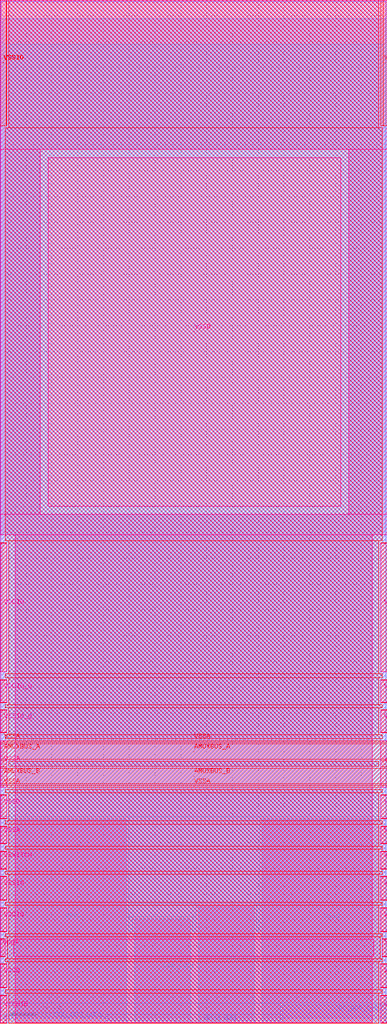
<source format=lef>
VERSION 5.7 ;
  NOWIREEXTENSIONATPIN ON ;
  DIVIDERCHAR "/" ;
  BUSBITCHARS "[]" ;
MACRO sky130_ef_io__vssd_lvc_pad
  CLASS PAD POWER ;
  FOREIGN sky130_ef_io__vssd_lvc_pad ;
  ORIGIN 0.000 0.000 ;
  SIZE 75.000 BY 197.965 ;
  PIN AMUXBUS_A
    DIRECTION INOUT ;
    USE SIGNAL ;
    PORT
      LAYER met4 ;
        RECT 0.000 51.090 75.000 54.070 ;
    END
    PORT
      LAYER met4 ;
        RECT 0.000 51.090 1.270 54.070 ;
    END
  END AMUXBUS_A
  PIN AMUXBUS_B
    DIRECTION INOUT ;
    USE SIGNAL ;
    PORT
      LAYER met4 ;
        RECT 0.000 46.330 75.000 49.310 ;
    END
    PORT
      LAYER met4 ;
        RECT 0.000 46.330 1.270 49.310 ;
    END
  END AMUXBUS_B
  PIN DRN_LVC1
    ANTENNADIFFAREA 6.889900 ;
    DIRECTION INOUT ;
    USE POWER ;
    PORT
      LAYER met3 ;
        RECT 26.000 -0.035 36.880 20.185 ;
    END
  END DRN_LVC1
  PIN DRN_LVC2
    ANTENNADIFFAREA 3.870900 ;
    DIRECTION INOUT ;
    USE POWER ;
    PORT
      LAYER met3 ;
        RECT 38.380 -0.035 49.255 22.865 ;
    END
  END DRN_LVC2
  PIN SRC_BDY_LVC1
    DIRECTION INOUT ;
    USE GROUND ;
    PORT
      LAYER met2 ;
        RECT 0.500 -0.035 20.495 1.450 ;
    END
  END SRC_BDY_LVC1
  PIN SRC_BDY_LVC2
    DIRECTION INOUT ;
    USE GROUND ;
    PORT
      LAYER met2 ;
        RECT 54.715 -0.035 74.700 3.625 ;
    END
  END SRC_BDY_LVC2
  PIN BDY2_B2B
    DIRECTION INOUT ;
    USE GROUND ;
    PORT
      LAYER met2 ;
        RECT 34.440 -0.035 44.440 0.290 ;
    END
  END BDY2_B2B
  PIN VSSA
    DIRECTION INOUT ;
    USE GROUND ;
    PORT
      LAYER met5 ;
        RECT 73.730 45.700 75.000 54.700 ;
    END
    PORT
      LAYER met5 ;
        RECT 73.730 34.805 75.000 38.050 ;
    END
    PORT
      LAYER met5 ;
        RECT 0.000 45.700 1.270 54.700 ;
    END
    PORT
      LAYER met5 ;
        RECT 0.000 34.805 1.270 38.050 ;
    END
    PORT
      LAYER met4 ;
        RECT 73.730 49.610 75.000 50.790 ;
    END
    PORT
      LAYER met4 ;
        RECT 0.000 54.370 75.000 54.700 ;
    END
    PORT
      LAYER met4 ;
        RECT 0.000 45.700 75.000 46.030 ;
    END
    PORT
      LAYER met4 ;
        RECT 73.730 34.700 75.000 38.150 ;
    END
    PORT
      LAYER met4 ;
        RECT 0.000 45.700 1.270 46.030 ;
    END
    PORT
      LAYER met4 ;
        RECT 0.000 49.610 1.270 50.790 ;
    END
    PORT
      LAYER met4 ;
        RECT 0.000 54.370 1.270 54.700 ;
    END
    PORT
      LAYER met4 ;
        RECT 0.000 34.700 1.270 38.150 ;
    END
  END VSSA
  PIN VDDA
    DIRECTION INOUT ;
    USE POWER ;
    PORT
      LAYER met5 ;
        RECT 74.035 13.000 75.000 16.250 ;
    END
    PORT
      LAYER met5 ;
        RECT 0.000 13.000 0.965 16.250 ;
    END
    PORT
      LAYER met4 ;
        RECT 74.035 12.900 75.000 16.350 ;
    END
    PORT
      LAYER met4 ;
        RECT 0.000 12.900 0.965 16.350 ;
    END
  END VDDA
  PIN VSWITCH
    DIRECTION INOUT ;
    USE POWER ;
    PORT
      LAYER met5 ;
        RECT 73.730 29.950 75.000 33.200 ;
    END
    PORT
      LAYER met5 ;
        RECT 0.000 29.950 1.270 33.200 ;
    END
    PORT
      LAYER met4 ;
        RECT 73.730 29.850 75.000 33.300 ;
    END
    PORT
      LAYER met4 ;
        RECT 0.000 29.850 1.270 33.300 ;
    END
  END VSWITCH
  PIN VDDIO_Q
    DIRECTION INOUT ;
    USE POWER ;
    PORT
      LAYER met5 ;
        RECT 73.730 62.150 75.000 66.400 ;
    END
    PORT
      LAYER met5 ;
        RECT 0.000 62.150 1.270 66.400 ;
    END
    PORT
      LAYER met4 ;
        RECT 73.730 62.050 75.000 66.500 ;
    END
    PORT
      LAYER met4 ;
        RECT 0.000 62.050 1.270 66.500 ;
    END
  END VDDIO_Q
  PIN VCCHIB
    DIRECTION INOUT ;
    USE POWER ;
    PORT
      LAYER met5 ;
        RECT 73.730 0.100 75.000 5.350 ;
    END
    PORT
      LAYER met5 ;
        RECT 0.000 0.100 1.270 5.350 ;
    END
    PORT
      LAYER met4 ;
        RECT 73.730 0.000 75.000 5.450 ;
    END
    PORT
      LAYER met4 ;
        RECT 0.000 0.000 1.270 5.450 ;
    END
  END VCCHIB
  PIN VDDIO
    DIRECTION INOUT ;
    USE POWER ;
    PORT
      LAYER met5 ;
        RECT 73.730 68.000 75.000 92.950 ;
    END
    PORT
      LAYER met5 ;
        RECT 73.730 17.850 75.000 22.300 ;
    END
    PORT
      LAYER met5 ;
        RECT 0.000 68.000 1.270 92.950 ;
    END
    PORT
      LAYER met5 ;
        RECT 0.000 17.850 1.270 22.300 ;
    END
    PORT
      LAYER met4 ;
        RECT 73.730 17.750 75.000 22.400 ;
    END
    PORT
      LAYER met4 ;
        RECT 73.730 68.000 75.000 92.965 ;
    END
    PORT
      LAYER met4 ;
        RECT 0.000 17.750 1.270 22.400 ;
    END
    PORT
      LAYER met4 ;
        RECT 0.000 68.000 1.270 92.965 ;
    END
  END VDDIO
  PIN VCCD
    DIRECTION INOUT ;
    USE POWER ;
    PORT
      LAYER met5 ;
        RECT 73.730 6.950 75.000 11.400 ;
    END
    PORT
      LAYER met5 ;
        RECT 0.000 6.950 1.270 11.400 ;
    END
    PORT
      LAYER met4 ;
        RECT 73.730 6.850 75.000 11.500 ;
    END
    PORT
      LAYER met4 ;
        RECT 0.000 6.850 1.270 11.500 ;
    END
  END VCCD
  PIN VSSIO
    DIRECTION INOUT ;
    USE GROUND ;
    PORT
      LAYER met4 ;
        RECT 74.225 173.750 75.000 197.965 ;
    END
    PORT
      LAYER met4 ;
        RECT 0.000 173.750 1.205 197.965 ;
    END
    PORT
      LAYER met5 ;
        RECT 73.730 23.900 75.000 28.350 ;
    END
    PORT
      LAYER met5 ;
        RECT 0.000 23.900 1.270 28.350 ;
    END
    PORT
      LAYER met4 ;
        RECT 73.730 23.800 75.000 28.450 ;
    END
    PORT
      LAYER met4 ;
        RECT 73.730 173.750 75.000 197.965 ;
    END
    PORT
      LAYER met4 ;
        RECT 0.000 173.750 1.270 197.965 ;
    END
    PORT
      LAYER met4 ;
        RECT 0.000 23.800 1.270 28.450 ;
    END
  END VSSIO
  PIN VSSD
    ANTENNADIFFAREA 30.137499 ;
    DIRECTION INOUT ;
    USE GROUND ;
    PORT
      LAYER met5 ;
        RECT 9.315 100.105 65.955 167.535 ;
    END
    PORT
      LAYER met3 ;
        RECT 50.755 -0.035 74.700 39.565 ;
    END
    PORT
      LAYER met3 ;
        RECT 0.500 -0.035 24.500 39.565 ;
    END
    PORT
      LAYER met5 ;
        RECT 73.730 39.650 75.000 44.100 ;
    END
    PORT
      LAYER met5 ;
        RECT 0.000 39.650 1.270 44.100 ;
    END
    PORT
      LAYER met4 ;
        RECT 73.730 39.550 75.000 44.200 ;
    END
    PORT
      LAYER met4 ;
        RECT 0.000 39.550 1.270 44.200 ;
    END
  END VSSD
  PIN VSSIO_Q
    DIRECTION INOUT ;
    USE GROUND ;
    PORT
      LAYER met5 ;
        RECT 73.730 56.300 75.000 60.550 ;
    END
    PORT
      LAYER met5 ;
        RECT 0.000 56.300 1.270 60.550 ;
    END
    PORT
      LAYER met4 ;
        RECT 73.730 56.200 75.000 60.650 ;
    END
    PORT
      LAYER met4 ;
        RECT 0.000 56.200 1.270 60.650 ;
    END
  END VSSIO_Q
  OBS
      LAYER li1 ;
        RECT 0.240 0.985 74.755 197.745 ;
      LAYER met1 ;
        RECT 0.120 0.000 74.785 197.805 ;
      LAYER met2 ;
        RECT 0.500 3.905 74.700 194.395 ;
        RECT 0.500 1.730 54.435 3.905 ;
        RECT 20.775 0.570 54.435 1.730 ;
        RECT 20.775 0.000 34.160 0.570 ;
        RECT 44.720 0.000 54.435 0.570 ;
      LAYER met3 ;
        RECT 0.500 39.965 74.700 189.480 ;
        RECT 24.900 23.265 50.355 39.965 ;
        RECT 24.900 20.585 37.980 23.265 ;
        RECT 24.900 17.755 25.600 20.585 ;
        RECT 37.280 17.755 37.980 20.585 ;
        RECT 49.655 17.755 50.355 23.265 ;
      LAYER met4 ;
        RECT 1.670 173.350 73.330 197.965 ;
        RECT 0.965 93.365 74.035 173.350 ;
        RECT 1.670 67.600 73.330 93.365 ;
        RECT 0.965 66.900 74.035 67.600 ;
        RECT 1.670 61.650 73.330 66.900 ;
        RECT 0.965 61.050 74.035 61.650 ;
        RECT 1.670 55.800 73.330 61.050 ;
        RECT 0.965 55.100 74.035 55.800 ;
        RECT 1.670 49.710 73.330 50.690 ;
        RECT 0.965 44.600 74.035 45.300 ;
        RECT 1.670 39.150 73.330 44.600 ;
        RECT 0.965 38.550 74.035 39.150 ;
        RECT 1.670 34.300 73.330 38.550 ;
        RECT 0.965 33.700 74.035 34.300 ;
        RECT 1.670 29.450 73.330 33.700 ;
        RECT 0.965 28.850 74.035 29.450 ;
        RECT 1.670 23.400 73.330 28.850 ;
        RECT 0.965 22.800 74.035 23.400 ;
        RECT 1.670 17.350 73.330 22.800 ;
        RECT 0.965 16.750 74.035 17.350 ;
        RECT 1.365 12.500 73.635 16.750 ;
        RECT 0.965 11.900 74.035 12.500 ;
        RECT 1.670 6.450 73.330 11.900 ;
        RECT 0.965 5.850 74.035 6.450 ;
        RECT 1.670 0.000 73.330 5.850 ;
      LAYER met5 ;
        RECT 0.000 169.135 75.000 197.965 ;
        RECT 0.000 98.505 7.715 169.135 ;
        RECT 67.555 98.505 75.000 169.135 ;
        RECT 0.000 94.550 75.000 98.505 ;
        RECT 2.870 16.250 72.130 94.550 ;
        RECT 2.565 13.000 72.435 16.250 ;
        RECT 2.870 0.100 72.130 13.000 ;
  END
END sky130_ef_io__vssd_lvc_pad
END LIBRARY


</source>
